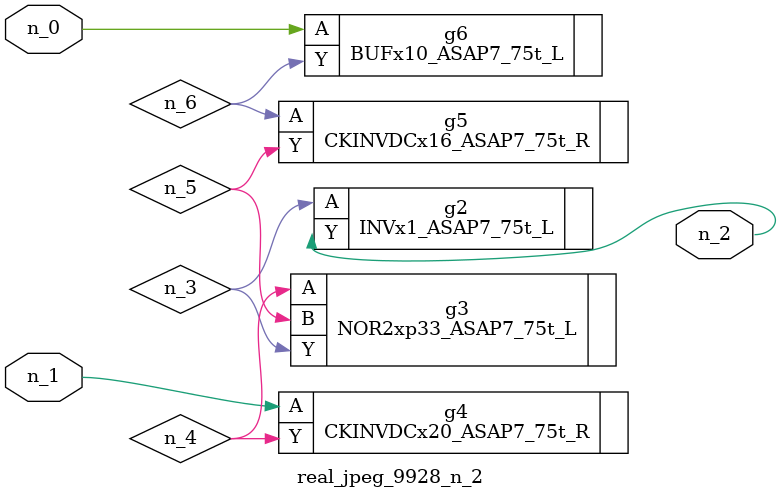
<source format=v>
module real_jpeg_9928_n_2 (n_1, n_0, n_2);

input n_1;
input n_0;

output n_2;

wire n_5;
wire n_4;
wire n_6;
wire n_3;

BUFx10_ASAP7_75t_L g6 ( 
.A(n_0),
.Y(n_6)
);

CKINVDCx20_ASAP7_75t_R g4 ( 
.A(n_1),
.Y(n_4)
);

INVx1_ASAP7_75t_L g2 ( 
.A(n_3),
.Y(n_2)
);

NOR2xp33_ASAP7_75t_L g3 ( 
.A(n_4),
.B(n_5),
.Y(n_3)
);

CKINVDCx16_ASAP7_75t_R g5 ( 
.A(n_6),
.Y(n_5)
);


endmodule
</source>
